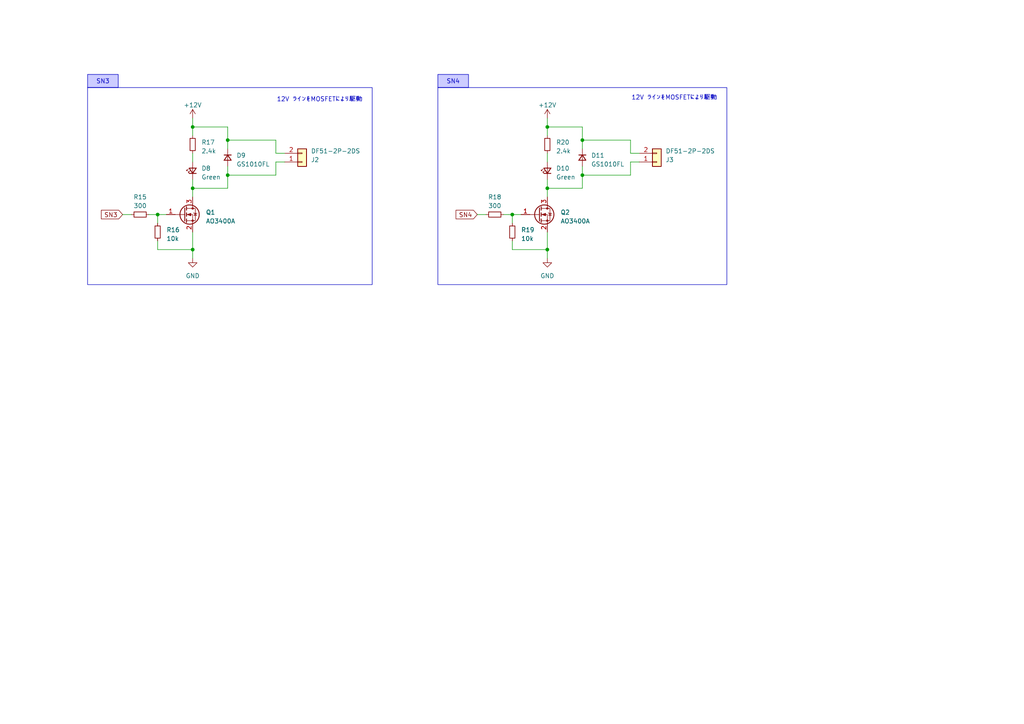
<source format=kicad_sch>
(kicad_sch (version 20250114) (generator "eeschema") (generator_version "9.0")
  (paper "A4")
  (lib_symbols
    (symbol "Connector_Generic:Conn_01x02" (pin_names (offset 1.016) (hide yes))
      (property "Reference" "J" (at 0 2.54 0))
      (property "Value" "Conn_01x02" (at 0 -5.08 0))
      (symbol "Conn_01x02_1_1"
        (rectangle (start -1.27 1.27) (end 1.27 -3.81) (stroke (width 0.254)) (fill (type background)))
        (rectangle (start -1.27 0.127) (end 0 -0.127) (stroke (width 0.1524)))
        (rectangle (start -1.27 -2.413) (end 0 -2.667) (stroke (width 0.1524)))
        (pin passive line (at -5.08 0 0) (length 3.81) (name "Pin_1") (number "1"))
        (pin passive line (at -5.08 -2.54 0) (length 3.81) (name "Pin_2") (number "2"))
      )
    )
    (symbol "Device:D_Small" (pin_numbers (hide yes)) (pin_names (offset 0.254) (hide yes))
      (property "Reference" "D" (at -1.27 2.032 0))
      (property "Value" "D_Small" (at -3.81 -2.032 0))
      (symbol "D_Small_0_1"
        (polyline (pts (xy -0.762 0) (xy 0.762 0)))
        (polyline (pts (xy -0.762 -1.016) (xy -0.762 1.016)) (stroke (width 0.254)))
        (polyline (pts (xy 0.762 -1.016) (xy -0.762 0) (xy 0.762 1.016) (xy 0.762 -1.016)) (stroke (width 0.254)))
      )
      (symbol "D_Small_1_1"
        (pin passive line (at -2.54 0 0) (length 1.778) (name "K") (number "1"))
        (pin passive line (at 2.54 0 180) (length 1.778) (name "A") (number "2"))
      )
    )
    (symbol "Device:LED_Small" (pin_numbers (hide yes)) (pin_names (offset 0.254) (hide yes))
      (property "Reference" "D" (at -1.27 3.175 0))
      (property "Value" "LED_Small" (at -4.445 -2.54 0))
      (symbol "LED_Small_0_1"
        (polyline (pts (xy -0.762 -1.016) (xy -0.762 1.016)) (stroke (width 0.254)))
        (polyline (pts (xy 0 0.762) (xy -0.508 1.27) (xy -0.254 1.27) (xy -0.508 1.27) (xy -0.508 1.016)))
        (polyline (pts (xy 0.508 1.27) (xy 0 1.778) (xy 0.254 1.778) (xy 0 1.778) (xy 0 1.524)))
        (polyline (pts (xy 0.762 -1.016) (xy -0.762 0) (xy 0.762 1.016) (xy 0.762 -1.016)) (stroke (width 0.254)))
        (polyline (pts (xy 1.016 0) (xy -0.762 0)))
      )
      (symbol "LED_Small_1_1"
        (pin passive line (at -2.54 0 0) (length 1.778) (name "K") (number "1"))
        (pin passive line (at 2.54 0 180) (length 1.778) (name "A") (number "2"))
      )
    )
    (symbol "Device:R_Small" (pin_numbers (hide yes)) (pin_names (offset 0.254) (hide yes))
      (property "Reference" "R" (at 0.762 0.508 0))
      (property "Value" "R_Small" (at 0.762 -1.016 0))
      (symbol "R_Small_0_1"
        (rectangle (start -0.762 1.778) (end 0.762 -1.778) (stroke (width 0.2032)))
      )
      (symbol "R_Small_1_1"
        (pin passive line (at 0 2.54 270) (length 0.762) (name "~") (number "1"))
        (pin passive line (at 0 -2.54 90) (length 0.762) (name "~") (number "2"))
      )
    )
    (symbol "Transistor_FET:AO3400A" (pin_names (hide yes))
      (property "Reference" "Q" (at 5.08 1.905 0))
      (property "Value" "AO3400A" (at 5.08 0 0))
      (symbol "AO3400A_0_1"
        (polyline (pts (xy 0.254 1.905) (xy 0.254 -1.905)) (stroke (width 0.254)))
        (polyline (pts (xy 0.254 0) (xy -2.54 0)))
        (polyline (pts (xy 0.762 2.286) (xy 0.762 1.27)) (stroke (width 0.254)))
        (polyline (pts (xy 0.762 0.508) (xy 0.762 -0.508)) (stroke (width 0.254)))
        (polyline (pts (xy 0.762 -1.27) (xy 0.762 -2.286)) (stroke (width 0.254)))
        (polyline (pts (xy 0.762 -1.778) (xy 3.302 -1.778) (xy 3.302 1.778) (xy 0.762 1.778)))
        (polyline (pts (xy 1.016 0) (xy 2.032 0.381) (xy 2.032 -0.381) (xy 1.016 0)) (fill (type outline)))
        (circle (center 1.651 0) (radius 2.794) (stroke (width 0.254)))
        (polyline (pts (xy 2.54 2.54) (xy 2.54 1.778)))
        (circle (center 2.54 1.778) (radius 0.254) (fill (type outline)))
        (circle (center 2.54 -1.778) (radius 0.254) (fill (type outline)))
        (polyline (pts (xy 2.54 -2.54) (xy 2.54 0) (xy 0.762 0)))
        (polyline (pts (xy 2.794 0.508) (xy 2.921 0.381) (xy 3.683 0.381) (xy 3.81 0.254)))
        (polyline (pts (xy 3.302 0.381) (xy 2.921 -0.254) (xy 3.683 -0.254) (xy 3.302 0.381)))
      )
      (symbol "AO3400A_1_1"
        (pin input line (at -5.08 0 0) (length 2.54) (name "G") (number "1"))
        (pin passive line (at 2.54 5.08 270) (length 2.54) (name "D") (number "3"))
        (pin passive line (at 2.54 -5.08 90) (length 2.54) (name "S") (number "2"))
      )
    )
    (symbol "power:+12V" (power) (pin_names (offset 0))
      (property "Value" "+12V" (at 0 3.556 0))
      (symbol "+12V_0_1"
        (polyline (pts (xy -0.762 1.27) (xy 0 2.54)))
        (polyline (pts (xy 0 2.54) (xy 0.762 1.27)))
        (polyline (pts (xy 0 0) (xy 0 2.54)))
      )
      (symbol "+12V_1_1"
        (pin power_in line (at 0 0 90) (length 0) (hide yes) (name "+12V") (number "1"))
      )
    )
    (symbol "power:GND" (power) (pin_names (offset 0))
      (property "Value" "GND" (at 0 -3.81 0))
      (symbol "GND_0_1"
        (polyline (pts (xy 0 0) (xy 0 -1.27) (xy 1.27 -1.27) (xy 0 -2.54) (xy -1.27 -1.27) (xy 0 -1.27)))
      )
      (symbol "GND_1_1"
        (pin power_in line (at 0 0 270) (length 0) (hide yes) (name "GND") (number "1"))
      )
    )
  )
  (rectangle (start 127 25.4) (end 210.82 82.55))
  (rectangle (start 25.4 25.4) (end 107.95 82.55))
  (text "12V ラインをMOSFETにより駆動" (at 92.71 28.956 0) (effects (font (size 1.27 1.27))))
  (text "12V ラインをMOSFETにより駆動" (at 195.58 28.448 0) (effects (font (size 1.27 1.27))))
  (text_box "SN4" (at 127 21.59 0) (size 8.89 3.81) (margins 0.9525 0.9525 0.9525 0.9525) (fill (type color) (color 0 0 255 0.2)) (effects (font (size 1.27 1.27))))
  (text_box "SN3" (at 25.4 21.59 0) (size 8.89 3.81) (margins 0.9525 0.9525 0.9525 0.9525) (fill (type color) (color 0 0 255 0.2)) (effects (font (size 1.27 1.27))))
  (junction (at 158.75 72.39))
  (junction (at 158.75 36.83))
  (junction (at 55.88 72.39))
  (junction (at 168.91 40.64))
  (junction (at 55.88 36.83))
  (junction (at 168.91 50.8))
  (junction (at 55.88 54.61))
  (junction (at 45.72 62.23))
  (junction (at 148.59 62.23))
  (junction (at 66.04 50.8))
  (junction (at 158.75 54.61))
  (junction (at 66.04 40.64))
  (wire (pts (xy 43.18 62.23) (xy 45.72 62.23)))
  (wire (pts (xy 138.43 62.23) (xy 140.97 62.23)))
  (wire (pts (xy 80.01 46.99) (xy 82.55 46.99)))
  (wire (pts (xy 182.88 40.64) (xy 182.88 44.45)))
  (wire (pts (xy 80.01 40.64) (xy 80.01 44.45)))
  (wire (pts (xy 55.88 67.31) (xy 55.88 72.39)))
  (wire (pts (xy 146.05 62.23) (xy 148.59 62.23)))
  (wire (pts (xy 80.01 50.8) (xy 66.04 50.8)))
  (wire (pts (xy 168.91 50.8) (xy 168.91 54.61)))
  (wire (pts (xy 66.04 50.8) (xy 66.04 54.61)))
  (wire (pts (xy 168.91 36.83) (xy 168.91 40.64)))
  (wire (pts (xy 55.88 36.83) (xy 55.88 39.37)))
  (wire (pts (xy 80.01 44.45) (xy 82.55 44.45)))
  (wire (pts (xy 80.01 50.8) (xy 80.01 46.99)))
  (wire (pts (xy 158.75 74.93) (xy 158.75 72.39)))
  (wire (pts (xy 45.72 64.77) (xy 45.72 62.23)))
  (wire (pts (xy 168.91 48.26) (xy 168.91 50.8)))
  (wire (pts (xy 168.91 40.64) (xy 168.91 43.18)))
  (wire (pts (xy 158.75 34.29) (xy 158.75 36.83)))
  (wire (pts (xy 45.72 69.85) (xy 45.72 72.39)))
  (wire (pts (xy 148.59 62.23) (xy 151.13 62.23)))
  (wire (pts (xy 45.72 62.23) (xy 48.26 62.23)))
  (wire (pts (xy 66.04 36.83) (xy 66.04 40.64)))
  (wire (pts (xy 55.88 54.61) (xy 55.88 57.15)))
  (wire (pts (xy 158.75 36.83) (xy 168.91 36.83)))
  (wire (pts (xy 66.04 40.64) (xy 80.01 40.64)))
  (wire (pts (xy 55.88 54.61) (xy 66.04 54.61)))
  (wire (pts (xy 148.59 64.77) (xy 148.59 62.23)))
  (wire (pts (xy 158.75 67.31) (xy 158.75 72.39)))
  (wire (pts (xy 158.75 52.07) (xy 158.75 54.61)))
  (wire (pts (xy 148.59 72.39) (xy 158.75 72.39)))
  (wire (pts (xy 158.75 44.45) (xy 158.75 46.99)))
  (wire (pts (xy 182.88 44.45) (xy 185.42 44.45)))
  (wire (pts (xy 158.75 54.61) (xy 168.91 54.61)))
  (wire (pts (xy 182.88 50.8) (xy 182.88 46.99)))
  (wire (pts (xy 158.75 36.83) (xy 158.75 39.37)))
  (wire (pts (xy 182.88 50.8) (xy 168.91 50.8)))
  (wire (pts (xy 55.88 34.29) (xy 55.88 36.83)))
  (wire (pts (xy 66.04 40.64) (xy 66.04 43.18)))
  (wire (pts (xy 55.88 74.93) (xy 55.88 72.39)))
  (wire (pts (xy 158.75 54.61) (xy 158.75 57.15)))
  (wire (pts (xy 148.59 69.85) (xy 148.59 72.39)))
  (wire (pts (xy 45.72 72.39) (xy 55.88 72.39)))
  (wire (pts (xy 55.88 44.45) (xy 55.88 46.99)))
  (wire (pts (xy 168.91 40.64) (xy 182.88 40.64)))
  (wire (pts (xy 182.88 46.99) (xy 185.42 46.99)))
  (wire (pts (xy 55.88 36.83) (xy 66.04 36.83)))
  (wire (pts (xy 35.56 62.23) (xy 38.1 62.23)))
  (wire (pts (xy 55.88 52.07) (xy 55.88 54.61)))
  (wire (pts (xy 66.04 50.8) (xy 66.04 48.26)))
  (global_label "SN4" (shape input) (at 138.43 62.23 180) (property "Intersheetrefs" "${INTERSHEET_REFS}" (effects (hide yes))))
  (global_label "SN3" (shape input) (at 35.56 62.23 180) (property "Intersheetrefs" "${INTERSHEET_REFS}" (effects (hide yes))))
  (symbol (lib_id "Device:LED_Small") (at 158.75 49.53 90) (unit 1)
    (property "Reference" "D10" (at 161.29 48.8315 90) (effects (justify right)))
    (property "Value" "Green" (at 161.29 51.3715 90) (effects (justify right)))
    (property "Footprint" "LED_SMD:LED_0603_1608Metric_Pad1.05x0.95mm_HandSolder" (effects (hide yes)))
    (property "Datasheet" "https://akizukidenshi.com/catalog/g/gI-06417/" (effects (hide yes)))
  )
  (symbol (lib_id "Device:R_Small") (at 45.72 67.31 180) (unit 1)
    (property "Reference" "R16" (at 48.26 66.675 0) (effects (justify right)))
    (property "Value" "10k" (at 48.26 69.215 0) (effects (justify right)))
    (property "Footprint" "Resistor_SMD:R_0603_1608Metric_Pad0.98x0.95mm_HandSolder" (effects (hide yes)))
    (property "Datasheet" "https://www.chip1stop.com/view/dispDetail/DispDetail?partId=ROHM-0021098" (effects (hide yes)))
  )
  (symbol (lib_id "Connector_Generic:Conn_01x02") (at 190.5 46.99 0) (mirror x) (unit 1)
    (property "Reference" "J3" (at 193.04 46.355 0) (effects (justify left)))
    (property "Value" "DF51-2P-2DS" (at 193.04 43.815 0) (effects (justify left)))
    (property "Footprint" "TSRP_Connector_Hirose:DF51-2P-2DS" (effects (hide yes)))
    (property "Datasheet" "https://www.hirose.com/ja/product/p/CL0541-0242-6-01" (effects (hide yes)))
  )
  (symbol (lib_id "Transistor_FET:AO3400A") (at 156.21 62.23 0) (unit 1)
    (property "Reference" "Q2" (at 162.56 61.595 0) (effects (justify left)))
    (property "Value" "AO3400A" (at 162.56 64.135 0) (effects (justify left)))
    (property "Footprint" "Package_TO_SOT_SMD:SOT-23" (effects (hide yes)))
    (property "Datasheet" "https://akizukidenshi.com/catalog/g/gI-14653/" (effects (hide yes)))
  )
  (symbol (lib_id "Device:R_Small") (at 55.88 41.91 0) (unit 1)
    (property "Reference" "R17" (at 58.42 41.275 0) (effects (justify left)))
    (property "Value" "2.4k" (at 58.42 43.815 0) (effects (justify left)))
    (property "Footprint" "Resistor_SMD:R_0603_1608Metric_Pad0.98x0.95mm_HandSolder" (effects (hide yes)))
    (property "Datasheet" "https://akizukidenshi.com/catalog/g/gI-03978/" (effects (hide yes)))
  )
  (symbol (lib_id "power:GND") (at 55.88 74.93 0) (mirror y) (unit 1)
    (property "Reference" "#PWR033" (effects (hide yes)))
    (property "Value" "GND" (at 55.88 80.01 0))
  )
  (symbol (lib_id "power:+12V") (at 55.88 34.29 0) (unit 1)
    (property "Reference" "#PWR032" (effects (hide yes)))
    (property "Value" "+12V" (at 55.88 30.48 0))
  )
  (symbol (lib_id "Connector_Generic:Conn_01x02") (at 87.63 46.99 0) (mirror x) (unit 1)
    (property "Reference" "J2" (at 90.17 46.355 0) (effects (justify left)))
    (property "Value" "DF51-2P-2DS" (at 90.17 43.815 0) (effects (justify left)))
    (property "Footprint" "TSRP_Connector_Hirose:DF51-2P-2DS" (effects (hide yes)))
    (property "Datasheet" "https://www.hirose.com/ja/product/p/CL0541-0242-6-01" (effects (hide yes)))
  )
  (symbol (lib_id "Device:R_Small") (at 148.59 67.31 180) (unit 1)
    (property "Reference" "R19" (at 151.13 66.675 0) (effects (justify right)))
    (property "Value" "10k" (at 151.13 69.215 0) (effects (justify right)))
    (property "Footprint" "Resistor_SMD:R_0603_1608Metric_Pad0.98x0.95mm_HandSolder" (effects (hide yes)))
    (property "Datasheet" "https://www.chip1stop.com/view/dispDetail/DispDetail?partId=ROHM-0021098" (effects (hide yes)))
  )
  (symbol (lib_id "Device:R_Small") (at 40.64 62.23 90) (unit 1)
    (property "Reference" "R15" (at 40.64 57.15 90))
    (property "Value" "300" (at 40.64 59.69 90))
    (property "Footprint" "Resistor_SMD:R_0603_1608Metric_Pad0.98x0.95mm_HandSolder" (effects (hide yes)))
    (property "Datasheet" "https://www.chip1stop.com/view/dispDetail/DispDetail?partId=ROHM-0040146" (effects (hide yes)))
  )
  (symbol (lib_id "Transistor_FET:AO3400A") (at 53.34 62.23 0) (unit 1)
    (property "Reference" "Q1" (at 59.69 61.595 0) (effects (justify left)))
    (property "Value" "AO3400A" (at 59.69 64.135 0) (effects (justify left)))
    (property "Footprint" "Package_TO_SOT_SMD:SOT-23" (effects (hide yes)))
    (property "Datasheet" "https://akizukidenshi.com/catalog/g/gI-14653/" (effects (hide yes)))
  )
  (symbol (lib_id "Device:R_Small") (at 158.75 41.91 0) (unit 1)
    (property "Reference" "R20" (at 161.29 41.275 0) (effects (justify left)))
    (property "Value" "2.4k" (at 161.29 43.815 0) (effects (justify left)))
    (property "Footprint" "Resistor_SMD:R_0603_1608Metric_Pad0.98x0.95mm_HandSolder" (effects (hide yes)))
    (property "Datasheet" "https://akizukidenshi.com/catalog/g/gI-03978/" (effects (hide yes)))
  )
  (symbol (lib_id "power:+12V") (at 158.75 34.29 0) (unit 1)
    (property "Reference" "#PWR034" (effects (hide yes)))
    (property "Value" "+12V" (at 158.75 30.48 0))
  )
  (symbol (lib_id "Device:D_Small") (at 66.04 45.72 270) (unit 1)
    (property "Reference" "D9" (at 68.58 45.085 90) (effects (justify left)))
    (property "Value" "GS1010FL" (at 68.58 47.625 90) (effects (justify left)))
    (property "Footprint" "Diode_SMD:D_SOD-123F" (effects (hide yes)))
    (property "Datasheet" "https://akizukidenshi.com/catalog/g/gI-06014/" (effects (hide yes)))
    (property "Sim.Device" "D" (effects (hide yes)))
    (property "Sim.Pins" "1=K 2=A" (effects (hide yes)))
  )
  (symbol (lib_id "Device:LED_Small") (at 55.88 49.53 90) (unit 1)
    (property "Reference" "D8" (at 58.42 48.8315 90) (effects (justify right)))
    (property "Value" "Green" (at 58.42 51.3715 90) (effects (justify right)))
    (property "Footprint" "LED_SMD:LED_0603_1608Metric_Pad1.05x0.95mm_HandSolder" (effects (hide yes)))
    (property "Datasheet" "https://akizukidenshi.com/catalog/g/gI-06417/" (effects (hide yes)))
  )
  (symbol (lib_id "Device:D_Small") (at 168.91 45.72 270) (unit 1)
    (property "Reference" "D11" (at 171.45 45.085 90) (effects (justify left)))
    (property "Value" "GS1010FL" (at 171.45 47.625 90) (effects (justify left)))
    (property "Footprint" "Diode_SMD:D_SOD-123F" (effects (hide yes)))
    (property "Datasheet" "https://akizukidenshi.com/catalog/g/gI-06014/" (effects (hide yes)))
    (property "Sim.Device" "D" (effects (hide yes)))
    (property "Sim.Pins" "1=K 2=A" (effects (hide yes)))
  )
  (symbol (lib_id "Device:R_Small") (at 143.51 62.23 90) (unit 1)
    (property "Reference" "R18" (at 143.51 57.15 90))
    (property "Value" "300" (at 143.51 59.69 90))
    (property "Footprint" "Resistor_SMD:R_0603_1608Metric_Pad0.98x0.95mm_HandSolder" (effects (hide yes)))
    (property "Datasheet" "https://www.chip1stop.com/view/dispDetail/DispDetail?partId=ROHM-0040146" (effects (hide yes)))
  )
  (symbol (lib_id "power:GND") (at 158.75 74.93 0) (mirror y) (unit 1)
    (property "Reference" "#PWR035" (effects (hide yes)))
    (property "Value" "GND" (at 158.75 80.01 0))
  )
)
</source>
